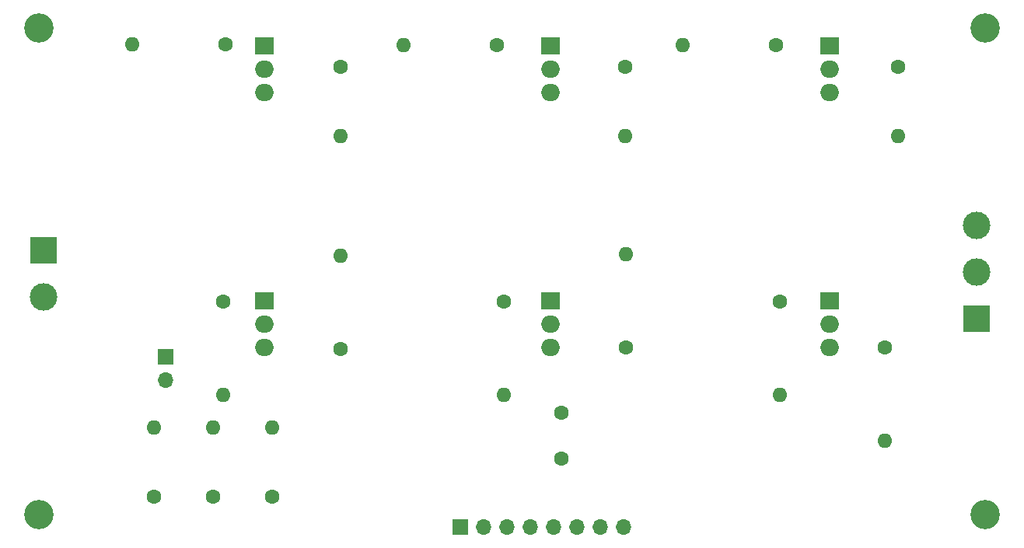
<source format=gbr>
%TF.GenerationSoftware,KiCad,Pcbnew,8.0.1*%
%TF.CreationDate,2024-05-23T13:32:17+02:00*%
%TF.ProjectId,BLDCdrv,424c4443-6472-4762-9e6b-696361645f70,2*%
%TF.SameCoordinates,PXb71b000PY69618a0*%
%TF.FileFunction,Soldermask,Bot*%
%TF.FilePolarity,Negative*%
%FSLAX46Y46*%
G04 Gerber Fmt 4.6, Leading zero omitted, Abs format (unit mm)*
G04 Created by KiCad (PCBNEW 8.0.1) date 2024-05-23 13:32:17*
%MOMM*%
%LPD*%
G01*
G04 APERTURE LIST*
%ADD10C,1.600000*%
%ADD11O,1.600000X1.600000*%
%ADD12R,3.000000X3.000000*%
%ADD13C,3.000000*%
%ADD14C,3.200000*%
%ADD15R,2.000000X1.905000*%
%ADD16O,2.000000X1.905000*%
%ADD17R,1.700000X1.700000*%
%ADD18O,1.700000X1.700000*%
G04 APERTURE END LIST*
D10*
%TO.C,R1*%
X-81620000Y39500000D03*
D11*
X-91780000Y39500000D03*
%TD*%
D10*
%TO.C,C7*%
X-76500000Y-9750000D03*
D11*
X-76500000Y-2250000D03*
%TD*%
D10*
%TO.C,R8*%
X-21220000Y11500000D03*
D11*
X-21220000Y1340000D03*
%TD*%
D12*
%TO.C,J3*%
X200000Y9620000D03*
D13*
X200000Y14700000D03*
X200000Y19780000D03*
%TD*%
D14*
%TO.C,REF\u002A\u002A*%
X-101900000Y-11700000D03*
%TD*%
D10*
%TO.C,C3*%
X-38050000Y37050000D03*
D11*
X-38050000Y29550000D03*
%TD*%
D10*
%TO.C,R7*%
X-21620000Y39400000D03*
D11*
X-31780000Y39400000D03*
%TD*%
D14*
%TO.C,REF\u002A\u002A*%
X-101900000Y41300000D03*
%TD*%
D10*
%TO.C,R3*%
X-69100000Y6320000D03*
D11*
X-69100000Y16480000D03*
%TD*%
D10*
%TO.C,C6*%
X-82950000Y-9750000D03*
D11*
X-82950000Y-2250000D03*
%TD*%
D10*
%TO.C,R6*%
X-38000000Y6520000D03*
D11*
X-38000000Y16680000D03*
%TD*%
D10*
%TO.C,R4*%
X-52020000Y39400000D03*
D11*
X-62180000Y39400000D03*
%TD*%
D15*
%TO.C,Q4*%
X-46245000Y11540000D03*
D16*
X-46245000Y9000000D03*
X-46245000Y6460000D03*
%TD*%
D12*
%TO.C,J1*%
X-101400000Y17040000D03*
D13*
X-101400000Y11960000D03*
%TD*%
D15*
%TO.C,Q2*%
X-77375000Y11540000D03*
D16*
X-77375000Y9000000D03*
X-77375000Y6460000D03*
%TD*%
D15*
%TO.C,Q6*%
X-15780000Y11540000D03*
D16*
X-15780000Y9000000D03*
X-15780000Y6460000D03*
%TD*%
D10*
%TO.C,C2*%
X-69100000Y37050000D03*
D11*
X-69100000Y29550000D03*
%TD*%
D15*
%TO.C,Q5*%
X-15780000Y39380000D03*
D16*
X-15780000Y36840000D03*
X-15780000Y34300000D03*
%TD*%
D10*
%TO.C,C4*%
X-8400000Y37050000D03*
D11*
X-8400000Y29550000D03*
%TD*%
D10*
%TO.C,C1*%
X-45000000Y-5600000D03*
X-45000000Y-600000D03*
%TD*%
D15*
%TO.C,Q1*%
X-77375000Y39380000D03*
D16*
X-77375000Y36840000D03*
X-77375000Y34300000D03*
%TD*%
D17*
%TO.C,JP1*%
X-88100000Y5475000D03*
D18*
X-88100000Y2935000D03*
%TD*%
D10*
%TO.C,R9*%
X-9800000Y6480000D03*
D11*
X-9800000Y-3680000D03*
%TD*%
D15*
%TO.C,Q3*%
X-46245000Y39380000D03*
D16*
X-46245000Y36840000D03*
X-46245000Y34300000D03*
%TD*%
D10*
%TO.C,R2*%
X-81820000Y11500000D03*
D11*
X-81820000Y1340000D03*
%TD*%
D10*
%TO.C,R5*%
X-51320000Y11500000D03*
D11*
X-51320000Y1340000D03*
%TD*%
D10*
%TO.C,C5*%
X-89400000Y-9750000D03*
D11*
X-89400000Y-2250000D03*
%TD*%
D14*
%TO.C,REF\u002A\u002A*%
X1100000Y-11700000D03*
%TD*%
D17*
%TO.C,J2*%
X-56075000Y-13075000D03*
D18*
X-53535000Y-13075000D03*
X-50995000Y-13075000D03*
X-48455000Y-13075000D03*
X-45915000Y-13075000D03*
X-43375000Y-13075000D03*
X-40835000Y-13075000D03*
X-38295000Y-13075000D03*
%TD*%
D14*
%TO.C,REF\u002A\u002A*%
X1100000Y41300000D03*
%TD*%
M02*

</source>
